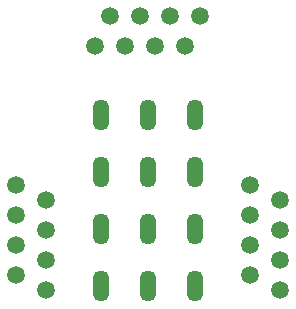
<source format=gts>
%FSLAX33Y33*%
%MOMM*%
%AMRR-H2630000-W1359999-R680000-RO0.000*
21,1,1.359999,1.270001,0.,0.,360*
1,1,1.359999,0.,0.6350005*
1,1,1.359999,0.,0.6350005*
1,1,1.359999,0.,-0.6350005*
1,1,1.359999,-0.,-0.6350005*%
%ADD10C,1.49*%
%ADD11C,1.49*%
%ADD12RR-H2630000-W1359999-R680000-RO0.000*%
%ADD13C,1.49*%
D10*
%LNtop solder mask_traces*%
%LNtop solder mask component 528083829f38ff3a*%
G01*
X11360Y11449D03*
X11360Y8909D03*
X11360Y6369D03*
X11360Y3829D03*
X8820Y5099D03*
X8820Y7639D03*
X8820Y10179D03*
X8820Y12719D03*
%LNtop solder mask component e80d9c547b7992d0*%
D11*
X28640Y5099D03*
X28640Y7639D03*
X28640Y10179D03*
X28640Y12719D03*
X31180Y11449D03*
X31180Y8909D03*
X31180Y6369D03*
X31180Y3829D03*
%LNtop solder mask component 022b9f9361636321*%
D12*
X16040Y4155D03*
X20000Y4155D03*
X23960Y4155D03*
X16040Y8985D03*
X20000Y8985D03*
X23960Y8985D03*
X16040Y13815D03*
X20000Y13815D03*
X23960Y13815D03*
X16040Y18645D03*
X20000Y18645D03*
X23960Y18645D03*
%LNtop solder mask component 54b5fff6b965416f*%
D13*
X23169Y24460D03*
X20629Y24460D03*
X18089Y24460D03*
X15549Y24460D03*
X16819Y27000D03*
X19359Y27000D03*
X21899Y27000D03*
X24439Y27000D03*
M02*
</source>
